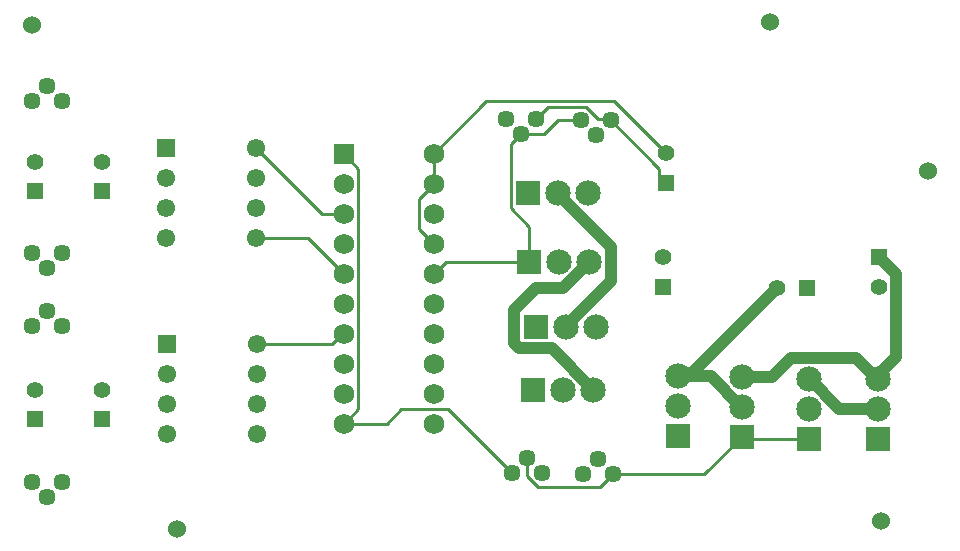
<source format=gbl>
G04*
G04 #@! TF.GenerationSoftware,Altium Limited,Altium Designer,23.5.1 (21)*
G04*
G04 Layer_Physical_Order=2*
G04 Layer_Color=16711680*
%FSLAX44Y44*%
%MOMM*%
G71*
G04*
G04 #@! TF.SameCoordinates,17670BC2-17D3-42C6-95D3-1F8550388E7E*
G04*
G04*
G04 #@! TF.FilePolarity,Positive*
G04*
G01*
G75*
%ADD12C,0.2540*%
%ADD23R,1.7500X1.7500*%
%ADD24C,1.7500*%
%ADD25C,1.4500*%
%ADD26C,1.4500*%
%ADD27C,1.4000*%
%ADD28R,1.4000X1.4000*%
%ADD29C,2.1500*%
%ADD30R,2.1500X2.1500*%
%ADD31C,1.5500*%
%ADD32R,1.5500X1.5500*%
%ADD33R,2.1500X2.1500*%
%ADD34R,1.4000X1.4000*%
%ADD35C,1.0000*%
%ADD36C,1.5240*%
D12*
X217894Y265710D02*
X281428D01*
X289718Y274000D01*
X290900D01*
X216656Y355144D02*
X260556D01*
X290900Y324800D01*
X216656Y431344D02*
X272400Y375600D01*
X290900D01*
X379240Y210360D02*
X433300Y156300D01*
X339905Y210360D02*
X379240D01*
X327345Y197800D02*
X339905Y210360D01*
X290900Y197800D02*
X327345D01*
X290900D02*
X303460Y210360D01*
Y413840D01*
X290900Y426400D02*
X303460Y413840D01*
X628000Y187200D02*
X630408Y184792D01*
X685183D01*
X518700Y155206D02*
X596006D01*
X628000Y187200D01*
X455213Y144146D02*
X507640D01*
X518700Y155206D01*
X446000Y153359D02*
X455213Y144146D01*
X446000Y153359D02*
Y169000D01*
X354540Y388440D02*
X367100Y401000D01*
X354540Y362760D02*
Y388440D01*
Y362760D02*
X367100Y350200D01*
Y401000D02*
Y426400D01*
X411840Y471140D01*
X519860D01*
X564000Y427000D01*
X517000Y455000D02*
X558270Y413730D01*
Y407730D02*
Y413730D01*
Y407730D02*
X564000Y402000D01*
X463878Y466060D02*
X496181D01*
X454000Y456182D02*
X463878Y466060D01*
X496181D02*
X505940Y456301D01*
X515699D01*
X517000Y455000D01*
X377300Y335000D02*
X448200D01*
X367100Y324800D02*
X377300Y335000D01*
X472533Y455000D02*
X491600D01*
X461015Y443482D02*
X472533Y455000D01*
X441300Y443482D02*
X461015D01*
X448200Y335000D02*
Y364912D01*
X432440Y380672D02*
X448200Y364912D01*
X432440Y380672D02*
Y434622D01*
X441300Y443482D01*
D23*
X290900Y426400D02*
D03*
D24*
Y401000D02*
D03*
Y375600D02*
D03*
Y350200D02*
D03*
Y324800D02*
D03*
Y299400D02*
D03*
Y274000D02*
D03*
Y248600D02*
D03*
Y223200D02*
D03*
Y197800D02*
D03*
X367100D02*
D03*
Y223200D02*
D03*
Y248600D02*
D03*
Y274000D02*
D03*
Y299400D02*
D03*
Y324800D02*
D03*
Y350200D02*
D03*
Y375600D02*
D03*
Y401000D02*
D03*
Y426400D02*
D03*
D25*
X491600Y455000D02*
D03*
X504300Y442300D02*
D03*
X40000Y484328D02*
D03*
X52700Y471628D02*
D03*
X40000Y330094D02*
D03*
X27300Y342794D02*
D03*
X518700Y155206D02*
D03*
X506000Y167906D02*
D03*
X27300Y148358D02*
D03*
X40000Y135658D02*
D03*
X52735Y280412D02*
D03*
X40035Y293112D02*
D03*
X458700Y156300D02*
D03*
X446000Y169000D02*
D03*
X428600Y456182D02*
D03*
X441300Y443482D02*
D03*
D26*
X517000Y455000D02*
D03*
X27300Y471628D02*
D03*
X52700Y342794D02*
D03*
X493300Y155206D02*
D03*
X52700Y148358D02*
D03*
X27335Y280412D02*
D03*
X433300Y156300D02*
D03*
X454000Y456182D02*
D03*
D27*
X564000Y427000D02*
D03*
X561000Y339000D02*
D03*
X86442Y420000D02*
D03*
X30000D02*
D03*
X86442Y226761D02*
D03*
X744000Y314000D02*
D03*
X30000Y226761D02*
D03*
X658000Y313000D02*
D03*
D28*
X564000Y402000D02*
D03*
X561000Y314000D02*
D03*
X86442Y395000D02*
D03*
X30000D02*
D03*
X86442Y201761D02*
D03*
X744000Y339000D02*
D03*
X30000Y201761D02*
D03*
D29*
X502400Y226225D02*
D03*
X477000D02*
D03*
X473600Y335000D02*
D03*
X499000D02*
D03*
X628000Y238000D02*
D03*
Y212600D02*
D03*
X685183Y235592D02*
D03*
Y210192D02*
D03*
X573726Y238396D02*
D03*
Y212996D02*
D03*
X743000Y236000D02*
D03*
Y210600D02*
D03*
X504400Y280225D02*
D03*
X479000D02*
D03*
X497800Y393000D02*
D03*
X472400D02*
D03*
D30*
X451600Y226225D02*
D03*
X448200Y335000D02*
D03*
X453600Y280225D02*
D03*
X447000Y393000D02*
D03*
D31*
X216656Y355144D02*
D03*
Y380544D02*
D03*
Y405944D02*
D03*
Y431344D02*
D03*
X140456Y405944D02*
D03*
Y380544D02*
D03*
Y355144D02*
D03*
X141694Y189510D02*
D03*
Y214910D02*
D03*
Y240310D02*
D03*
X217894Y265710D02*
D03*
Y240310D02*
D03*
Y214910D02*
D03*
Y189510D02*
D03*
D32*
X140456Y431344D02*
D03*
X141694Y265710D02*
D03*
D33*
X628000Y187200D02*
D03*
X685183Y184792D02*
D03*
X573726Y187596D02*
D03*
X743000Y185200D02*
D03*
D34*
X683000Y313000D02*
D03*
D35*
X744000Y339000D02*
X758540Y324460D01*
Y254652D02*
Y324460D01*
X743000Y239112D02*
X758540Y254652D01*
X743000Y236000D02*
Y239112D01*
X585596Y240596D02*
X658000Y313000D01*
X575926Y240596D02*
X585596D01*
X573726Y238396D02*
X575926Y240596D01*
X628000Y238000D02*
X653994D01*
X669876Y253882D01*
X724466D01*
X742348Y236000D01*
X743000D01*
X685183Y235592D02*
X685649D01*
X710641Y210600D01*
X743000D01*
X627534Y212600D02*
X628000D01*
X601738Y238396D02*
X627534Y212600D01*
X573726Y238396D02*
X601738D01*
X477020Y312554D02*
X499000Y334534D01*
X453766Y312554D02*
X477020D01*
X435310Y294098D02*
X453766Y312554D01*
X479000Y280691D02*
X517290Y318981D01*
Y347644D01*
X472400Y392534D02*
X517290Y347644D01*
X467156Y261935D02*
X502400Y226691D01*
X439727Y261935D02*
X467156D01*
X435310Y266352D02*
X439727Y261935D01*
X435310Y266352D02*
Y294098D01*
X502400Y226225D02*
Y226691D01*
X499000Y334534D02*
Y335000D01*
X479000Y280225D02*
Y280691D01*
X472400Y392534D02*
Y393000D01*
D36*
X150000Y109000D02*
D03*
X27000Y536000D02*
D03*
X746000Y116000D02*
D03*
X786000Y412000D02*
D03*
X652000Y538000D02*
D03*
M02*

</source>
